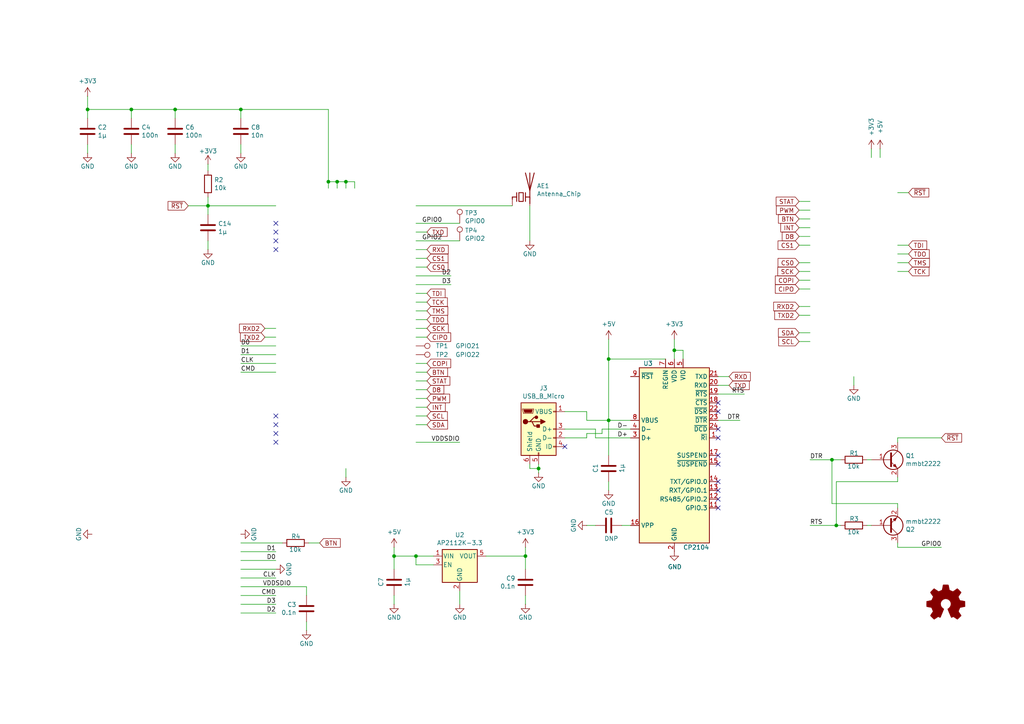
<source format=kicad_sch>
(kicad_sch (version 20231120) (generator "eeschema") (generator_version "8.0")
  (paper "A4")
  (title_block (title "ESP") (date "2021-04-20") (rev "v1.1") (company "nerdyscout"))
  (lib_symbols
    (symbol "Connector:TestPoint" (pin_numbers hide) (pin_names (offset 0.762) hide)
      (property "Reference" "TP" (at 0 6.858 0))
      (property "Value" "TestPoint" (at 0 5.08 0))
      (symbol "TestPoint_0_1"
        (circle (center 0 3.302) (radius 0.762))
      )
      (symbol "TestPoint_1_1"
        (pin passive line (at 0 0 90) (length 2.54) (name "1") (number "1"))
      )
    )
    (symbol "Connector:USB_B_Micro" (pin_names (offset 1.016))
      (property "Reference" "J" (at -5.08 11.43 0))
      (property "Value" "USB_B_Micro" (at -5.08 8.89 0))
      (symbol "USB_B_Micro_0_1"
        (rectangle (start -5.08 -7.62) (end 5.08 7.62) (stroke (width 0.254)) (fill (type background)))
        (circle (center -3.81 2.159) (radius 0.635) (stroke (width 0.254)) (fill (type outline)))
        (circle (center -0.635 3.429) (radius 0.381) (stroke (width 0.254)) (fill (type outline)))
        (rectangle (start -0.127 -7.62) (end 0.127 -6.858))
        (polyline (pts (xy -1.905 2.159) (xy 0.635 2.159)) (stroke (width 0.254)))
        (polyline (pts (xy -3.175 2.159) (xy -2.54 2.159) (xy -1.27 3.429) (xy -0.635 3.429)) (stroke (width 0.254)))
        (polyline (pts (xy -2.54 2.159) (xy -1.905 2.159) (xy -1.27 0.889) (xy 0 0.889)) (stroke (width 0.254)))
        (polyline (pts (xy 0.635 2.794) (xy 0.635 1.524) (xy 1.905 2.159) (xy 0.635 2.794)) (stroke (width 0.254)) (fill (type outline)))
        (polyline (pts (xy -4.318 5.588) (xy -1.778 5.588) (xy -2.032 4.826) (xy -4.064 4.826) (xy -4.318 5.588)) (fill (type outline)))
        (polyline (pts (xy -4.699 5.842) (xy -4.699 5.588) (xy -4.445 4.826) (xy -4.445 4.572) (xy -1.651 4.572) (xy -1.651 4.826) (xy -1.397 5.588) (xy -1.397 5.842) (xy -4.699 5.842)))
        (rectangle (start 0.254 1.27) (end -0.508 0.508) (stroke (width 0.254)) (fill (type outline)))
        (rectangle (start 5.08 -5.207) (end 4.318 -4.953))
        (rectangle (start 5.08 -2.667) (end 4.318 -2.413))
        (rectangle (start 5.08 -0.127) (end 4.318 0.127))
        (rectangle (start 5.08 4.953) (end 4.318 5.207))
      )
      (symbol "USB_B_Micro_1_1"
        (pin power_out line (at 7.62 5.08 180) (length 2.54) (name "VBUS") (number "1"))
        (pin bidirectional line (at 7.62 -2.54 180) (length 2.54) (name "D-") (number "2"))
        (pin bidirectional line (at 7.62 0 180) (length 2.54) (name "D+") (number "3"))
        (pin passive line (at 7.62 -5.08 180) (length 2.54) (name "ID") (number "4"))
        (pin power_out line (at 0 -10.16 90) (length 2.54) (name "GND") (number "5"))
        (pin passive line (at -2.54 -10.16 90) (length 2.54) (name "Shield") (number "6"))
      )
    )
    (symbol "Device:Antenna_Chip" (pin_numbers hide) (pin_names (offset 1.016) hide)
      (property "Reference" "AE" (at 0 5.08 0))
      (property "Value" "Antenna_Chip" (at 0 3.175 0))
      (symbol "Antenna_Chip_0_1"
        (polyline (pts (xy -2.54 0) (xy -2.54 -0.635)) (stroke (width 0.254)))
        (polyline (pts (xy -2.54 0) (xy -1.27 0)) (stroke (width 0.254)))
        (polyline (pts (xy 1.27 0) (xy 2.54 0)) (stroke (width 0.254)))
        (polyline (pts (xy 1.27 1.27) (xy 1.27 -1.27)) (stroke (width 0.254)))
        (polyline (pts (xy 2.54 -0.635) (xy 2.54 0)))
        (polyline (pts (xy 2.54 6.985) (xy 2.54 -1.905)) (stroke (width 0.254)))
        (polyline (pts (xy -1.27 1.27) (xy -1.27 -1.27) (xy -1.27 0)) (stroke (width 0.254)))
        (polyline (pts (xy 3.81 6.985) (xy 2.54 1.905) (xy 1.27 6.985)) (stroke (width 0.254)))
        (polyline (pts (xy -0.635 1.27) (xy 0.635 1.27) (xy 0.635 -1.27) (xy -0.635 -1.27) (xy -0.635 1.27)) (stroke (width 0.254)))
      )
      (symbol "Antenna_Chip_1_1"
        (pin input line (at -2.54 -2.54 90) (length 2.54) (name "FEED") (number "1"))
        (pin passive line (at 2.54 -2.54 90) (length 2.54) (name "PCB_Trace") (number "2"))
      )
    )
    (symbol "Device:C" (pin_numbers hide) (pin_names (offset 0.254))
      (property "Reference" "C" (at 0.635 2.54 0))
      (property "Value" "C" (at 0.635 -2.54 0))
      (symbol "C_0_1"
        (polyline (pts (xy -2.032 -0.762) (xy 2.032 -0.762)) (stroke (width 0.508)))
        (polyline (pts (xy -2.032 0.762) (xy 2.032 0.762)) (stroke (width 0.508)))
      )
      (symbol "C_1_1"
        (pin passive line (at 0 3.81 270) (length 2.794) (name "~") (number "1"))
        (pin passive line (at 0 -3.81 90) (length 2.794) (name "~") (number "2"))
      )
    )
    (symbol "Device:Q_NPN_BEC" (pin_names (offset 0) hide)
      (property "Reference" "Q" (at 5.08 1.27 0))
      (property "Value" "Q_NPN_BEC" (at 5.08 -1.27 0))
      (symbol "Q_NPN_BEC_0_1"
        (polyline (pts (xy 0.635 0.635) (xy 2.54 2.54)))
        (polyline (pts (xy 0.635 -0.635) (xy 2.54 -2.54) (xy 2.54 -2.54)))
        (polyline (pts (xy 0.635 1.905) (xy 0.635 -1.905) (xy 0.635 -1.905)) (stroke (width 0.508)))
        (polyline (pts (xy 1.27 -1.778) (xy 1.778 -1.27) (xy 2.286 -2.286) (xy 1.27 -1.778) (xy 1.27 -1.778)) (fill (type outline)))
        (circle (center 1.27 0) (radius 2.8194) (stroke (width 0.254)))
      )
      (symbol "Q_NPN_BEC_1_1"
        (pin input line (at -5.08 0 0) (length 5.715) (name "B") (number "1"))
        (pin passive line (at 2.54 -5.08 90) (length 2.54) (name "E") (number "2"))
        (pin passive line (at 2.54 5.08 270) (length 2.54) (name "C") (number "3"))
      )
    )
    (symbol "Device:R" (pin_numbers hide) (pin_names (offset 0))
      (property "Reference" "R" (at 2.032 0 90))
      (property "Value" "R" (at 0 0 90))
      (symbol "R_0_1"
        (rectangle (start -1.016 -2.54) (end 1.016 2.54) (stroke (width 0.254)))
      )
      (symbol "R_1_1"
        (pin passive line (at 0 3.81 270) (length 1.27) (name "~") (number "1"))
        (pin passive line (at 0 -3.81 90) (length 1.27) (name "~") (number "2"))
      )
    )
    (symbol "Graphic:Logo_Open_Hardware_Small" (in_bom no) (on_board no)
      (symbol "Logo_Open_Hardware_Small_0_1"
        (polyline (pts (xy 3.3528 -4.3434) (xy 3.302 -4.318) (xy 3.175 -4.2418) (xy 2.9972 -4.1148) (xy 2.7686 -3.9624) (xy 2.54 -3.81) (xy 2.3622 -3.7084) (xy 2.2352 -3.6068) (xy 2.1844 -3.5814) (xy 2.159 -3.6068) (xy 2.0574 -3.6576) (xy 1.905 -3.7338) (xy 1.8034 -3.7846) (xy 1.6764 -3.8354) (xy 1.6002 -3.8354) (xy 1.6002 -3.8354) (xy 1.5494 -3.7338) (xy 1.4732 -3.5306) (xy 1.3462 -3.302) (xy 1.2446 -3.0226) (xy 1.1176 -2.7178) (xy 0.9652 -2.413) (xy 0.8636 -2.1082) (xy 0.7366 -1.8288) (xy 0.6604 -1.6256) (xy 0.6096 -1.4732) (xy 0.5842 -1.397) (xy 0.5842 -1.397) (xy 0.6604 -1.3208) (xy 0.7874 -1.2446) (xy 1.0414 -1.016) (xy 1.2954 -0.6858) (xy 1.4478 -0.3302) (xy 1.524 0.0762) (xy 1.4732 0.4572) (xy 1.3208 0.8128) (xy 1.0668 1.143) (xy 0.762 1.3716) (xy 0.4064 1.524) (xy 0 1.5748) (xy -0.381 1.5494) (xy -0.7366 1.397) (xy -1.0668 1.143) (xy -1.2192 0.9906) (xy -1.397 0.6604) (xy -1.524 0.3048) (xy -1.524 0.2286) (xy -1.4986 -0.1778) (xy -1.397 -0.5334) (xy -1.1938 -0.8636) (xy -0.9144 -1.143) (xy -0.8636 -1.1684) (xy -0.7366 -1.27) (xy -0.635 -1.3462) (xy -0.5842 -1.397) (xy -1.0668 -2.5908) (xy -1.143 -2.794) (xy -1.2954 -3.1242) (xy -1.397 -3.4036) (xy -1.4986 -3.6322) (xy -1.5748 -3.7846) (xy -1.6002 -3.8354) (xy -1.6002 -3.8354) (xy -1.651 -3.8354) (xy -1.7272 -3.81) (xy -1.905 -3.7338) (xy -2.0066 -3.683) (xy -2.1336 -3.6068) (xy -2.2098 -3.5814) (xy -2.2606 -3.6068) (xy -2.3622 -3.683) (xy -2.54 -3.81) (xy -2.7686 -3.9624) (xy -2.9718 -4.0894) (xy -3.1496 -4.2164) (xy -3.302 -4.318) (xy -3.3528 -4.3434) (xy -3.3782 -4.3434) (xy -3.429 -4.318) (xy -3.5306 -4.2164) (xy -3.7084 -4.064) (xy -3.937 -3.8354) (xy -3.9624 -3.81) (xy -4.1656 -3.6068) (xy -4.318 -3.4544) (xy -4.4196 -3.3274) (xy -4.445 -3.2766) (xy -4.445 -3.2766) (xy -4.4196 -3.2258) (xy -4.318 -3.0734) (xy -4.2164 -2.8956) (xy -4.064 -2.667) (xy -3.6576 -2.0828) (xy -3.8862 -1.5494) (xy -3.937 -1.3716) (xy -4.0386 -1.1684) (xy -4.0894 -1.0414) (xy -4.1148 -0.9652) (xy -4.191 -0.9398) (xy -4.318 -0.9144) (xy -4.5466 -0.8636) (xy -4.8006 -0.8128) (xy -5.0546 -0.7874) (xy -5.2578 -0.7366) (xy -5.4356 -0.7112) (xy -5.5118 -0.6858) (xy -5.5118 -0.6858) (xy -5.5372 -0.635) (xy -5.5372 -0.5588) (xy -5.5372 -0.4318) (xy -5.5626 -0.2286) (xy -5.5626 0.0762) (xy -5.5626 0.127) (xy -5.5372 0.4064) (xy -5.5372 0.635) (xy -5.5372 0.762) (xy -5.5372 0.8382) (xy -5.5372 0.8382) (xy -5.461 0.8382) (xy -5.3086 0.889) (xy -5.08 0.9144) (xy -4.826 0.9652) (xy -4.8006 0.9906) (xy -4.5466 1.0414) (xy -4.318 1.0668) (xy -4.1656 1.1176) (xy -4.0894 1.143) (xy -4.0894 1.143) (xy -4.0386 1.2446) (xy -3.9624 1.4224) (xy -3.8608 1.6256) (xy -3.7846 1.8288) (xy -3.7084 2.0066) (xy -3.6576 2.159) (xy -3.6322 2.2098) (xy -3.6322 2.2098) (xy -3.683 2.286) (xy -3.7592 2.413) (xy -3.8862 2.5908) (xy -4.064 2.8194) (xy -4.064 2.8448) (xy -4.2164 3.0734) (xy -4.3434 3.2512) (xy -4.4196 3.3782) (xy -4.445 3.4544) (xy -4.445 3.4544) (xy -4.3942 3.5052) (xy -4.2926 3.6322) (xy -4.1148 3.81) (xy -3.937 4.0132) (xy -3.8608 4.064) (xy -3.6576 4.2926) (xy -3.5052 4.4196) (xy -3.4036 4.4958) (xy -3.3528 4.5212) (xy -3.3528 4.5212) (xy -3.302 4.4704) (xy -3.1496 4.3688) (xy -2.9718 4.2418) (xy -2.7432 4.0894) (xy -2.7178 4.0894) (xy -2.4892 3.937) (xy -2.3114 3.81) (xy -2.1844 3.7084) (xy -2.1336 3.683) (xy -2.1082 3.683) (xy -2.032 3.7084) (xy -1.8542 3.7592) (xy -1.6764 3.8354) (xy -1.4732 3.937) (xy -1.27 4.0132) (xy -1.143 4.064) (xy -1.0668 4.1148) (xy -1.0668 4.1148) (xy -1.0414 4.191) (xy -1.016 4.3434) (xy -0.9652 4.572) (xy -0.9144 4.8514) (xy -0.889 4.9022) (xy -0.8382 5.1562) (xy -0.8128 5.3848) (xy -0.7874 5.5372) (xy -0.762 5.588) (xy -0.7112 5.6134) (xy -0.5842 5.6134) (xy -0.4064 5.6134) (xy -0.1524 5.6134) (xy 0.0762 5.6134) (xy 0.3302 5.6134) (xy 0.5334 5.6134) (xy 0.6858 5.588) (xy 0.7366 5.588) (xy 0.7366 5.588) (xy 0.762 5.5118) (xy 0.8128 5.334) (xy 0.8382 5.1054) (xy 0.9144 4.826) (xy 0.9144 4.7752) (xy 0.9652 4.5212) (xy 1.016 4.2926) (xy 1.0414 4.1402) (xy 1.0668 4.0894) (xy 1.0668 4.0894) (xy 1.1938 4.0386) (xy 1.3716 3.9624) (xy 1.5748 3.8608) (xy 2.0828 3.6576) (xy 2.7178 4.0894) (xy 2.7686 4.1402) (xy 2.9972 4.2926) (xy 3.175 4.4196) (xy 3.302 4.4958) (xy 3.3782 4.5212) (xy 3.3782 4.5212) (xy 3.429 4.4704) (xy 3.556 4.3434) (xy 3.7338 4.191) (xy 3.9116 3.9878) (xy 4.064 3.8354) (xy 4.2418 3.6576) (xy 4.3434 3.556) (xy 4.4196 3.4798) (xy 4.4196 3.429) (xy 4.4196 3.4036) (xy 4.3942 3.3274) (xy 4.2926 3.2004) (xy 4.1656 2.9972) (xy 4.0132 2.794) (xy 3.8862 2.5908) (xy 3.7592 2.3876) (xy 3.6576 2.2352) (xy 3.6322 2.159) (xy 3.6322 2.1336) (xy 3.683 2.0066) (xy 3.7592 1.8288) (xy 3.8608 1.6002) (xy 4.064 1.1176) (xy 4.3942 1.0414) (xy 4.5974 1.016) (xy 4.8768 0.9652) (xy 5.1308 0.9144) (xy 5.5372 0.8382) (xy 5.5626 -0.6604) (xy 5.4864 -0.6858) (xy 5.4356 -0.6858) (xy 5.2832 -0.7366) (xy 5.0546 -0.762) (xy 4.8006 -0.8128) (xy 4.5974 -0.8636) (xy 4.3688 -0.9144) (xy 4.2164 -0.9398) (xy 4.1402 -0.9398) (xy 4.1148 -0.9652) (xy 4.064 -1.0668) (xy 3.9878 -1.2446) (xy 3.9116 -1.4478) (xy 3.81 -1.651) (xy 3.7338 -1.8542) (xy 3.683 -2.0066) (xy 3.6576 -2.0828) (xy 3.683 -2.1336) (xy 3.7846 -2.2606) (xy 3.8862 -2.4638) (xy 4.0386 -2.667) (xy 4.191 -2.8956) (xy 4.318 -3.0734) (xy 4.3942 -3.2004) (xy 4.445 -3.2766) (xy 4.4196 -3.3274) (xy 4.3434 -3.429) (xy 4.1656 -3.5814) (xy 3.937 -3.8354) (xy 3.8862 -3.8608) (xy 3.683 -4.064) (xy 3.5306 -4.2164) (xy 3.4036 -4.318) (xy 3.3528 -4.3434)) (fill (type outline)))
      )
    )
    (symbol "Interface_USB:CP2104"
      (property "Reference" "U" (at -5.08 28.575 0))
      (property "Value" "CP2104" (at -5.08 26.67 0))
      (symbol "CP2104_1_1"
        (rectangle (start -10.16 25.4) (end 10.16 -25.4) (stroke (width 0.254)) (fill (type background)))
        (pin input line (at 12.7 5.08 180) (length 2.54) (name "~{RI}") (number "1"))
        (pin no_connect line (at 10.16 -20.32 180) (length 2.54) hide (name "NC") (number "10"))
        (pin bidirectional line (at 12.7 -15.24 180) (length 2.54) (name "GPIO.3") (number "11"))
        (pin bidirectional line (at 12.7 -12.7 180) (length 2.54) (name "RS485/GPIO.2") (number "12"))
        (pin bidirectional line (at 12.7 -10.16 180) (length 2.54) (name "RXT/GPIO.1") (number "13"))
        (pin bidirectional line (at 12.7 -7.62 180) (length 2.54) (name "TXT/GPIO.0") (number "14"))
        (pin output line (at 12.7 -2.54 180) (length 2.54) (name "~{SUSPEND}") (number "15"))
        (pin passive line (at -12.7 -20.32 0) (length 2.54) (name "VPP") (number "16"))
        (pin output line (at 12.7 0 180) (length 2.54) (name "SUSPEND") (number "17"))
        (pin input line (at 12.7 15.24 180) (length 2.54) (name "~{CTS}") (number "18"))
        (pin output line (at 12.7 17.78 180) (length 2.54) (name "~{RTS}") (number "19"))
        (pin power_in line (at 0 -27.94 90) (length 2.54) (name "GND") (number "2"))
        (pin input line (at 12.7 20.32 180) (length 2.54) (name "RXD") (number "20"))
        (pin output line (at 12.7 22.86 180) (length 2.54) (name "TXD") (number "21"))
        (pin input line (at 12.7 12.7 180) (length 2.54) (name "~{DSR}") (number "22"))
        (pin output line (at 12.7 10.16 180) (length 2.54) (name "~{DTR}") (number "23"))
        (pin input line (at 12.7 7.62 180) (length 2.54) (name "~{DCD}") (number "24"))
        (pin passive line (at 0 -27.94 90) (length 2.54) hide (name "GND") (number "25"))
        (pin bidirectional line (at -12.7 5.08 0) (length 2.54) (name "D+") (number "3"))
        (pin bidirectional line (at -12.7 7.62 0) (length 2.54) (name "D-") (number "4"))
        (pin power_in line (at 2.54 27.94 270) (length 2.54) (name "VIO") (number "5"))
        (pin power_in line (at 0 27.94 270) (length 2.54) (name "VDD") (number "6"))
        (pin power_in line (at -2.54 27.94 270) (length 2.54) (name "REGIN") (number "7"))
        (pin input line (at -12.7 10.16 0) (length 2.54) (name "VBUS") (number "8"))
        (pin bidirectional line (at -12.7 22.86 0) (length 2.54) (name "~{RST}") (number "9"))
      )
    )
    (symbol "Regulator_Linear:AP2112K-3.3" (pin_names (offset 0.254))
      (property "Reference" "U" (at -5.08 5.715 0))
      (property "Value" "AP2112K-3.3" (at 0 5.715 0))
      (symbol "AP2112K-3.3_0_1"
        (rectangle (start -5.08 4.445) (end 5.08 -5.08) (stroke (width 0.254)) (fill (type background)))
      )
      (symbol "AP2112K-3.3_1_1"
        (pin power_in line (at -7.62 2.54 0) (length 2.54) (name "VIN") (number "1"))
        (pin power_in line (at 0 -7.62 90) (length 2.54) (name "GND") (number "2"))
        (pin input line (at -7.62 0 0) (length 2.54) (name "EN") (number "3"))
        (pin no_connect line (at 5.08 0 180) (length 2.54) hide (name "NC") (number "4"))
        (pin power_out line (at 7.62 2.54 180) (length 2.54) (name "VOUT") (number "5"))
      )
    )
    (symbol "power:+3V3" (power) (pin_numbers hide) (pin_names (offset 0) hide)
      (property "Value" "+3V3" (at 0 3.556 0))
      (symbol "+3V3_0_1"
        (polyline (pts (xy -0.762 1.27) (xy 0 2.54)))
        (polyline (pts (xy 0 0) (xy 0 2.54)))
        (polyline (pts (xy 0 2.54) (xy 0.762 1.27)))
      )
      (symbol "+3V3_1_1"
        (pin power_in line (at 0 0 90) (length 0) (name "~") (number "1"))
      )
    )
    (symbol "power:+5V" (power) (pin_numbers hide) (pin_names (offset 0) hide)
      (property "Value" "+5V" (at 0 3.556 0))
      (symbol "+5V_0_1"
        (polyline (pts (xy -0.762 1.27) (xy 0 2.54)))
        (polyline (pts (xy 0 0) (xy 0 2.54)))
        (polyline (pts (xy 0 2.54) (xy 0.762 1.27)))
      )
      (symbol "+5V_1_1"
        (pin power_in line (at 0 0 90) (length 0) (name "~") (number "1"))
      )
    )
    (symbol "power:GND" (power) (pin_numbers hide) (pin_names (offset 0) hide)
      (property "Value" "GND" (at 0 -3.81 0))
      (symbol "GND_0_1"
        (polyline (pts (xy 0 0) (xy 0 -1.27) (xy 1.27 -1.27) (xy 0 -2.54) (xy -1.27 -1.27) (xy 0 -1.27)))
      )
      (symbol "GND_1_1"
        (pin power_in line (at 0 0 270) (length 0) (name "~") (number "1"))
      )
    )
  )
  (junction (at 156.21 135.89))
  (junction (at 25.4 31.75))
  (junction (at 100.33 52.705))
  (junction (at 195.58 101.6))
  (junction (at 120.65 161.29))
  (junction (at 152.4 161.29))
  (junction (at 38.1 31.75))
  (junction (at 241.3 133.35))
  (junction (at 242.57 152.4))
  (junction (at 50.8 31.75))
  (junction (at 69.85 31.75))
  (junction (at 176.53 121.92))
  (junction (at 97.79 52.705))
  (junction (at 176.53 104.14))
  (junction (at 95.25 52.705))
  (junction (at 60.325 59.69))
  (junction (at 114.3 161.29))
  (no_connect (at 80.01 72.39))
  (no_connect (at 208.28 116.84))
  (no_connect (at 208.28 134.62))
  (no_connect (at 80.01 123.19))
  (no_connect (at 80.01 128.27))
  (no_connect (at 80.01 64.77))
  (no_connect (at 208.28 119.38))
  (no_connect (at 208.28 142.24))
  (no_connect (at 208.28 132.08))
  (no_connect (at 80.01 125.73))
  (no_connect (at 80.01 69.85))
  (no_connect (at 80.01 67.31))
  (no_connect (at 208.28 127))
  (no_connect (at 208.28 144.78))
  (no_connect (at 208.28 124.46))
  (no_connect (at 208.28 147.32))
  (no_connect (at 163.83 129.54))
  (no_connect (at 208.28 139.7))
  (no_connect (at 80.01 120.65))
  (wire (pts (xy 130.81 82.55) (xy 120.65 82.55)))
  (wire (pts (xy 263.525 76.2) (xy 260.35 76.2)))
  (wire (pts (xy 123.825 85.09) (xy 120.65 85.09)))
  (wire (pts (xy 231.775 66.04) (xy 234.95 66.04)))
  (wire (pts (xy 120.65 161.29) (xy 114.3 161.29)))
  (wire (pts (xy 234.95 76.2) (xy 231.775 76.2)))
  (wire (pts (xy 195.58 101.6) (xy 195.58 98.425)))
  (wire (pts (xy 120.65 120.65) (xy 123.825 120.65)))
  (wire (pts (xy 54.61 59.69) (xy 60.325 59.69)))
  (wire (pts (xy 182.88 121.92) (xy 176.53 121.92)))
  (wire (pts (xy 100.33 54.61) (xy 100.33 52.705)))
  (wire (pts (xy 80.01 160.02) (xy 69.85 160.02)))
  (wire (pts (xy 170.18 152.4) (xy 172.72 152.4)))
  (wire (pts (xy 156.21 135.89) (xy 153.67 135.89)))
  (wire (pts (xy 234.95 133.35) (xy 241.3 133.35)))
  (wire (pts (xy 120.65 87.63) (xy 123.825 87.63)))
  (wire (pts (xy 25.4 44.45) (xy 25.4 41.91)))
  (wire (pts (xy 123.825 90.17) (xy 120.65 90.17)))
  (wire (pts (xy 251.46 152.4) (xy 252.73 152.4)))
  (wire (pts (xy 120.65 163.83) (xy 120.65 161.29)))
  (wire (pts (xy 152.4 158.75) (xy 152.4 161.29)))
  (wire (pts (xy 120.65 77.47) (xy 123.825 77.47)))
  (wire (pts (xy 120.65 110.49) (xy 123.825 110.49)))
  (wire (pts (xy 120.65 92.71) (xy 123.825 92.71)))
  (wire (pts (xy 176.53 121.92) (xy 176.53 132.08)))
  (wire (pts (xy 180.34 152.4) (xy 182.88 152.4)))
  (wire (pts (xy 120.65 67.31) (xy 123.825 67.31)))
  (wire (pts (xy 80.01 177.8) (xy 69.85 177.8)))
  (wire (pts (xy 88.9 182.88) (xy 88.9 180.34)))
  (wire (pts (xy 25.4 31.75) (xy 38.1 31.75)))
  (wire (pts (xy 114.3 161.29) (xy 114.3 158.75)))
  (wire (pts (xy 241.3 133.35) (xy 243.84 133.35)))
  (wire (pts (xy 231.775 91.44) (xy 234.95 91.44)))
  (wire (pts (xy 260.35 147.32) (xy 260.35 146.05)))
  (wire (pts (xy 123.825 97.79) (xy 120.65 97.79)))
  (wire (pts (xy 95.25 54.61) (xy 95.25 52.705)))
  (wire (pts (xy 260.35 128.27) (xy 260.35 127)))
  (wire (pts (xy 120.65 128.27) (xy 133.35 128.27)))
  (wire (pts (xy 231.775 71.12) (xy 234.95 71.12)))
  (wire (pts (xy 234.95 88.9) (xy 231.775 88.9)))
  (wire (pts (xy 195.58 104.14) (xy 195.58 101.6)))
  (wire (pts (xy 38.1 44.45) (xy 38.1 41.91)))
  (wire (pts (xy 123.825 72.39) (xy 120.65 72.39)))
  (wire (pts (xy 88.9 170.18) (xy 69.85 170.18)))
  (wire (pts (xy 60.325 72.39) (xy 60.325 69.85)))
  (wire (pts (xy 176.53 104.14) (xy 176.53 121.92)))
  (wire (pts (xy 69.85 105.41) (xy 80.01 105.41)))
  (wire (pts (xy 60.325 59.69) (xy 60.325 57.15)))
  (wire (pts (xy 153.67 135.89) (xy 153.67 134.62)))
  (wire (pts (xy 60.325 62.23) (xy 60.325 59.69)))
  (wire (pts (xy 120.65 69.85) (xy 133.35 69.85)))
  (wire (pts (xy 130.81 80.01) (xy 120.65 80.01)))
  (wire (pts (xy 97.79 54.61) (xy 97.79 52.705)))
  (wire (pts (xy 174.625 125.73) (xy 174.625 124.46)))
  (wire (pts (xy 260.35 139.7) (xy 260.35 138.43)))
  (wire (pts (xy 120.65 161.29) (xy 125.73 161.29)))
  (wire (pts (xy 208.28 121.92) (xy 214.63 121.92)))
  (wire (pts (xy 247.65 111.76) (xy 247.65 109.22)))
  (wire (pts (xy 100.33 138.43) (xy 100.33 135.89)))
  (wire (pts (xy 260.35 157.48) (xy 260.35 158.75)))
  (wire (pts (xy 260.35 146.05) (xy 241.3 146.05)))
  (wire (pts (xy 80.01 175.26) (xy 69.85 175.26)))
  (wire (pts (xy 120.65 107.95) (xy 123.825 107.95)))
  (wire (pts (xy 123.825 95.25) (xy 120.65 95.25)))
  (wire (pts (xy 95.25 52.705) (xy 97.79 52.705)))
  (wire (pts (xy 152.4 175.26) (xy 152.4 172.72)))
  (wire (pts (xy 243.84 152.4) (xy 242.57 152.4)))
  (wire (pts (xy 114.3 175.26) (xy 114.3 172.72)))
  (wire (pts (xy 234.95 68.58) (xy 231.775 68.58)))
  (wire (pts (xy 163.83 127) (xy 170.18 127)))
  (wire (pts (xy 133.35 175.26) (xy 133.35 171.45)))
  (wire (pts (xy 80.01 167.64) (xy 69.85 167.64)))
  (wire (pts (xy 123.825 123.19) (xy 120.65 123.19)))
  (wire (pts (xy 69.85 31.75) (xy 69.85 34.29)))
  (wire (pts (xy 170.18 121.92) (xy 170.18 119.38)))
  (wire (pts (xy 95.25 31.75) (xy 69.85 31.75)))
  (wire (pts (xy 252.73 133.35) (xy 251.46 133.35)))
  (wire (pts (xy 193.04 104.14) (xy 176.53 104.14)))
  (wire (pts (xy 242.57 139.7) (xy 260.35 139.7)))
  (wire (pts (xy 174.625 124.46) (xy 182.88 124.46)))
  (wire (pts (xy 252.73 43.18) (xy 252.73 45.72)))
  (wire (pts (xy 80.01 162.56) (xy 69.85 162.56)))
  (wire (pts (xy 234.95 58.42) (xy 231.775 58.42)))
  (wire (pts (xy 241.3 146.05) (xy 241.3 133.35)))
  (wire (pts (xy 208.28 109.22) (xy 211.455 109.22)))
  (wire (pts (xy 125.73 163.83) (xy 120.65 163.83)))
  (wire (pts (xy 120.65 64.77) (xy 133.35 64.77)))
  (wire (pts (xy 60.325 47.625) (xy 60.325 49.53)))
  (wire (pts (xy 152.4 161.29) (xy 152.4 165.1)))
  (wire (pts (xy 260.35 158.75) (xy 273.05 158.75)))
  (wire (pts (xy 211.455 111.76) (xy 208.28 111.76)))
  (wire (pts (xy 25.4 34.29) (xy 25.4 31.75)))
  (wire (pts (xy 80.01 172.72) (xy 69.85 172.72)))
  (wire (pts (xy 176.53 142.24) (xy 176.53 139.7)))
  (wire (pts (xy 50.8 31.75) (xy 69.85 31.75)))
  (wire (pts (xy 80.01 97.79) (xy 76.835 97.79)))
  (wire (pts (xy 234.95 81.28) (xy 231.775 81.28)))
  (wire (pts (xy 172.72 124.46) (xy 163.83 124.46)))
  (wire (pts (xy 156.21 135.89) (xy 156.21 134.62)))
  (wire (pts (xy 163.83 119.38) (xy 170.18 119.38)))
  (wire (pts (xy 231.775 78.74) (xy 234.95 78.74)))
  (wire (pts (xy 208.28 114.3) (xy 215.9 114.3)))
  (wire (pts (xy 123.825 115.57) (xy 120.65 115.57)))
  (wire (pts (xy 195.58 101.6) (xy 198.12 101.6)))
  (wire (pts (xy 231.775 99.06) (xy 234.95 99.06)))
  (wire (pts (xy 242.57 152.4) (xy 242.57 139.7)))
  (wire (pts (xy 76.835 95.25) (xy 80.01 95.25)))
  (wire (pts (xy 69.85 100.33) (xy 80.01 100.33)))
  (wire (pts (xy 25.4 27.94) (xy 25.4 31.75)))
  (wire (pts (xy 95.25 52.705) (xy 95.25 31.75)))
  (wire (pts (xy 176.53 121.92) (xy 170.18 121.92)))
  (wire (pts (xy 231.775 60.96) (xy 234.95 60.96)))
  (wire (pts (xy 263.525 55.88) (xy 260.35 55.88)))
  (wire (pts (xy 260.35 78.74) (xy 263.525 78.74)))
  (wire (pts (xy 234.95 63.5) (xy 231.775 63.5)))
  (wire (pts (xy 120.65 105.41) (xy 123.825 105.41)))
  (wire (pts (xy 156.21 137.16) (xy 156.21 135.89)))
  (wire (pts (xy 69.85 107.95) (xy 80.01 107.95)))
  (wire (pts (xy 50.8 34.29) (xy 50.8 31.75)))
  (wire (pts (xy 176.53 98.425) (xy 176.53 104.14)))
  (wire (pts (xy 170.18 127) (xy 170.18 125.73)))
  (wire (pts (xy 231.775 83.82) (xy 234.95 83.82)))
  (wire (pts (xy 60.325 59.69) (xy 80.01 59.69)))
  (wire (pts (xy 69.85 44.45) (xy 69.85 41.91)))
  (wire (pts (xy 81.915 157.48) (xy 69.85 157.48)))
  (wire (pts (xy 260.35 127) (xy 273.05 127)))
  (wire (pts (xy 170.18 125.73) (xy 174.625 125.73)))
  (wire (pts (xy 172.72 127) (xy 172.72 124.46)))
  (wire (pts (xy 198.12 104.14) (xy 198.12 101.6)))
  (wire (pts (xy 38.1 31.75) (xy 50.8 31.75)))
  (wire (pts (xy 242.57 152.4) (xy 234.95 152.4)))
  (wire (pts (xy 100.33 52.705) (xy 102.87 52.705)))
  (wire (pts (xy 50.8 44.45) (xy 50.8 41.91)))
  (wire (pts (xy 263.525 71.12) (xy 260.35 71.12)))
  (wire (pts (xy 92.71 157.48) (xy 89.535 157.48)))
  (wire (pts (xy 88.9 172.72) (xy 88.9 170.18)))
  (wire (pts (xy 102.87 52.705) (xy 102.87 54.61)))
  (wire (pts (xy 148.59 59.69) (xy 120.65 59.69)))
  (wire (pts (xy 123.825 118.11) (xy 120.65 118.11)))
  (wire (pts (xy 38.1 34.29) (xy 38.1 31.75)))
  (wire (pts (xy 69.85 102.87) (xy 80.01 102.87)))
  (wire (pts (xy 140.97 161.29) (xy 152.4 161.29)))
  (wire (pts (xy 114.3 161.29) (xy 114.3 165.1)))
  (wire (pts (xy 255.27 43.18) (xy 255.27 45.72)))
  (wire (pts (xy 182.88 127) (xy 172.72 127)))
  (wire (pts (xy 97.79 52.705) (xy 100.33 52.705)))
  (wire (pts (xy 69.85 165.1) (xy 80.01 165.1)))
  (wire (pts (xy 120.65 113.03) (xy 123.825 113.03)))
  (wire (pts (xy 234.95 96.52) (xy 231.775 96.52)))
  (wire (pts (xy 260.35 73.66) (xy 263.525 73.66)))
  (wire (pts (xy 153.67 59.69) (xy 153.67 69.85)))
  (wire (pts (xy 123.825 74.93) (xy 120.65 74.93)))
  (label "GPIO0" (at 273.05 158.75 180))
  (label "D2" (at 80.01 177.8 180))
  (label "GPIO2" (at 128.27 69.85 180))
  (label "D3" (at 130.81 82.55 180))
  (label "GPIO0" (at 128.27 64.77 180))
  (label "DTR" (at 214.63 121.92 180))
  (label "RTS" (at 234.95 152.4 0))
  (label "CLK" (at 80.01 167.64 180))
  (label "D1" (at 80.01 160.02 180))
  (label "VDDSDIO" (at 133.35 128.27 180))
  (label "CMD" (at 69.85 107.95 0))
  (label "D0" (at 69.85 100.33 0))
  (label "DTR" (at 234.95 133.35 0))
  (label "CLK" (at 69.85 105.41 0))
  (label "CMD" (at 80.01 172.72 180))
  (label "D2" (at 130.81 80.01 180))
  (label "D+" (at 179.07 127 0))
  (label "D3" (at 80.01 175.26 180))
  (label "D1" (at 69.85 102.87 0))
  (label "RTS" (at 215.9 114.3 180))
  (label "D-" (at 179.07 124.46 0))
  (label "D0" (at 80.01 162.56 180))
  (label "VDDSDIO" (at 76.2 170.18 0))
  (global_label "TMS" (shape input) (at 263.525 76.2 0) (property "Intersheetrefs" "${INTERSHEET_REFS}" (effects (hide yes))))
  (global_label "PWM" (shape input) (at 231.775 60.96 180) (property "Intersheetrefs" "${INTERSHEET_REFS}" (effects (hide yes))))
  (global_label "~{RST}" (shape input) (at 273.05 127 0) (property "Intersheetrefs" "${INTERSHEET_REFS}" (effects (hide yes))))
  (global_label "TCK" (shape input) (at 263.525 78.74 0) (property "Intersheetrefs" "${INTERSHEET_REFS}" (effects (hide yes))))
  (global_label "COPI" (shape input) (at 123.825 105.41 0) (property "Intersheetrefs" "${INTERSHEET_REFS}" (effects (hide yes))))
  (global_label "SDA" (shape input) (at 123.825 123.19 0) (property "Intersheetrefs" "${INTERSHEET_REFS}" (effects (hide yes))))
  (global_label "COPI" (shape input) (at 231.775 81.28 180) (property "Intersheetrefs" "${INTERSHEET_REFS}" (effects (hide yes))))
  (global_label "D8" (shape input) (at 123.825 113.03 0) (property "Intersheetrefs" "${INTERSHEET_REFS}" (effects (hide yes))))
  (global_label "TXD2" (shape input) (at 231.775 91.44 180) (property "Intersheetrefs" "${INTERSHEET_REFS}" (effects (hide yes))))
  (global_label "STAT" (shape input) (at 123.825 110.49 0) (property "Intersheetrefs" "${INTERSHEET_REFS}" (effects (hide yes))))
  (global_label "TMS" (shape input) (at 123.825 90.17 0) (property "Intersheetrefs" "${INTERSHEET_REFS}" (effects (hide yes))))
  (global_label "CS1" (shape input) (at 231.775 71.12 180) (property "Intersheetrefs" "${INTERSHEET_REFS}" (effects (hide yes))))
  (global_label "CIPO" (shape input) (at 123.825 97.79 0) (property "Intersheetrefs" "${INTERSHEET_REFS}" (effects (hide yes))))
  (global_label "SCL" (shape input) (at 231.775 99.06 180) (property "Intersheetrefs" "${INTERSHEET_REFS}" (effects (hide yes))))
  (global_label "SDA" (shape input) (at 231.775 96.52 180) (property "Intersheetrefs" "${INTERSHEET_REFS}" (effects (hide yes))))
  (global_label "SCK" (shape input) (at 123.825 95.25 0) (property "Intersheetrefs" "${INTERSHEET_REFS}" (effects (hide yes))))
  (global_label "BTN" (shape input) (at 231.775 63.5 180) (property "Intersheetrefs" "${INTERSHEET_REFS}" (effects (hide yes))))
  (global_label "RXD2" (shape input) (at 76.835 95.25 180) (property "Intersheetrefs" "${INTERSHEET_REFS}" (effects (hide yes))))
  (global_label "TDO" (shape input) (at 123.825 92.71 0) (property "Intersheetrefs" "${INTERSHEET_REFS}" (effects (hide yes))))
  (global_label "CIPO" (shape input) (at 231.775 83.82 180) (property "Intersheetrefs" "${INTERSHEET_REFS}" (effects (hide yes))))
  (global_label "~{RST}" (shape input) (at 263.525 55.88 0) (property "Intersheetrefs" "${INTERSHEET_REFS}" (effects (hide yes))))
  (global_label "BTN" (shape input) (at 92.71 157.48 0) (property "Intersheetrefs" "${INTERSHEET_REFS}" (effects (hide yes))))
  (global_label "TXD" (shape input) (at 211.455 111.76 0) (property "Intersheetrefs" "${INTERSHEET_REFS}" (effects (hide yes))))
  (global_label "INT" (shape input) (at 231.775 66.04 180) (property "Intersheetrefs" "${INTERSHEET_REFS}" (effects (hide yes))))
  (global_label "~{RST}" (shape input) (at 54.61 59.69 180) (property "Intersheetrefs" "${INTERSHEET_REFS}" (effects (hide yes))))
  (global_label "D8" (shape input) (at 231.775 68.58 180) (property "Intersheetrefs" "${INTERSHEET_REFS}" (effects (hide yes))))
  (global_label "TDO" (shape input) (at 263.525 73.66 0) (property "Intersheetrefs" "${INTERSHEET_REFS}" (effects (hide yes))))
  (global_label "BTN" (shape input) (at 123.825 107.95 0) (property "Intersheetrefs" "${INTERSHEET_REFS}" (effects (hide yes))))
  (global_label "INT" (shape input) (at 123.825 118.11 0) (property "Intersheetrefs" "${INTERSHEET_REFS}" (effects (hide yes))))
  (global_label "TXD" (shape input) (at 123.825 67.31 0) (property "Intersheetrefs" "${INTERSHEET_REFS}" (effects (hide yes))))
  (global_label "TCK" (shape input) (at 123.825 87.63 0) (property "Intersheetrefs" "${INTERSHEET_REFS}" (effects (hide yes))))
  (global_label "TDI" (shape input) (at 263.525 71.12 0) (property "Intersheetrefs" "${INTERSHEET_REFS}" (effects (hide yes))))
  (global_label "CS0" (shape input) (at 231.775 76.2 180) (property "Intersheetrefs" "${INTERSHEET_REFS}" (effects (hide yes))))
  (global_label "CS0" (shape input) (at 123.825 77.47 0) (property "Intersheetrefs" "${INTERSHEET_REFS}" (effects (hide yes))))
  (global_label "RXD" (shape input) (at 211.455 109.22 0) (property "Intersheetrefs" "${INTERSHEET_REFS}" (effects (hide yes))))
  (global_label "RXD" (shape input) (at 123.825 72.39 0) (property "Intersheetrefs" "${INTERSHEET_REFS}" (effects (hide yes))))
  (global_label "SCK" (shape input) (at 231.775 78.74 180) (property "Intersheetrefs" "${INTERSHEET_REFS}" (effects (hide yes))))
  (global_label "TXD2" (shape input) (at 76.835 97.79 180) (property "Intersheetrefs" "${INTERSHEET_REFS}" (effects (hide yes))))
  (global_label "STAT" (shape input) (at 231.775 58.42 180) (property "Intersheetrefs" "${INTERSHEET_REFS}" (effects (hide yes))))
  (global_label "TDI" (shape input) (at 123.825 85.09 0) (property "Intersheetrefs" "${INTERSHEET_REFS}" (effects (hide yes))))
  (global_label "PWM" (shape input) (at 123.825 115.57 0) (property "Intersheetrefs" "${INTERSHEET_REFS}" (effects (hide yes))))
  (global_label "SCL" (shape input) (at 123.825 120.65 0) (property "Intersheetrefs" "${INTERSHEET_REFS}" (effects (hide yes))))
  (global_label "RXD2" (shape input) (at 231.775 88.9 180) (property "Intersheetrefs" "${INTERSHEET_REFS}" (effects (hide yes))))
  (global_label "CS1" (shape input) (at 123.825 74.93 0) (property "Intersheetrefs" "${INTERSHEET_REFS}" (effects (hide yes))))
  (symbol (lib_id "power:GND") (at 247.65 111.76 0) (unit 1)
    (property "Reference" "#PWR0101" (effects (hide yes)))
    (property "Value" "GND" (at 247.65 115.57 0))
    (property "Description" "Power symbol creates a global label with name \"GND\" , ground" (effects (hide yes)))
  )
  (symbol (lib_id "power:+3V3") (at 252.73 43.18 0) (unit 1)
    (property "Reference" "#PWR0102" (effects (hide yes)))
    (property "Value" "+3V3" (at 252.73 36.83 90))
    (property "Description" "Power symbol creates a global label with name \"+3V3\"" (effects (hide yes)))
  )
  (symbol (lib_id "Graphic:Logo_Open_Hardware_Small") (at 274.32 175.26 0) (unit 1)
    (property "Reference" "LOGO1" (effects (hide yes)))
    (property "Value" "Logo_Open_Hardware_Small" (effects (hide yes)))
    (property "Footprint" "Symbol:OSHW-Symbol_6.7x6mm_SilkScreen" (effects (hide yes)))
    (property "Description" "Open Hardware logo, small" (effects (hide yes)))
    (property "Sim.Enable" "0" (effects (hide yes)))
  )
  (symbol (lib_id "power:+5V") (at 255.27 43.18 0) (unit 1)
    (property "Reference" "#PWR01" (effects (hide yes)))
    (property "Value" "+5V" (at 255.27 36.83 90))
    (property "Description" "Power symbol creates a global label with name \"+5V\"" (effects (hide yes)))
  )
  (symbol (lib_id "ProMicro:Sparkfun_Pro_Micro") (at 247.65 76.2 0) (unit 1)
    (property "Reference" "A1" (at 238.76 107.95 0))
    (property "Value" "Sparkfun_Pro_Micro" (at 237.49 46.355 0))
    (property "Footprint" "lib:ProMicro" (effects (hide yes)))
  )
  (symbol (lib_id "power:GND") (at 100.33 138.43 0) (unit 1)
    (property "Reference" "#PWR0103" (effects (hide yes)))
    (property "Value" "GND" (at 100.33 142.24 0))
    (property "Description" "Power symbol creates a global label with name \"GND\" , ground" (effects (hide yes)))
  )
  (symbol (lib_id "power:GND") (at 153.67 69.85 0) (unit 1)
    (property "Reference" "#PWR0106" (effects (hide yes)))
    (property "Value" "GND" (at 153.67 73.66 0))
    (property "Description" "Power symbol creates a global label with name \"GND\" , ground" (effects (hide yes)))
  )
  (symbol (lib_id "Device:C") (at 50.8 38.1 0) (unit 1)
    (property "Reference" "C6" (at 53.721 36.9316 0) (effects (justify left)))
    (property "Value" "100n" (at 53.721 39.243 0) (effects (justify left)))
    (property "Footprint" "Capacitor_SMD:C_0603_1608Metric" (effects (hide yes)))
    (property "Description" "Unpolarized capacitor" (effects (hide yes)))
  )
  (symbol (lib_id "Device:C") (at 69.85 38.1 0) (unit 1)
    (property "Reference" "C8" (at 72.771 36.9316 0) (effects (justify left)))
    (property "Value" "10n" (at 72.771 39.243 0) (effects (justify left)))
    (property "Footprint" "Capacitor_SMD:C_0603_1608Metric" (effects (hide yes)))
    (property "Description" "Unpolarized capacitor" (effects (hide yes)))
  )
  (symbol (lib_id "power:GND") (at 50.8 44.45 0) (unit 1)
    (property "Reference" "#PWR0108" (effects (hide yes)))
    (property "Value" "GND" (at 50.8 48.26 0))
    (property "Description" "Power symbol creates a global label with name \"GND\" , ground" (effects (hide yes)))
  )
  (symbol (lib_id "power:GND") (at 69.85 44.45 0) (unit 1)
    (property "Reference" "#PWR0109" (effects (hide yes)))
    (property "Value" "GND" (at 69.85 48.26 0))
    (property "Description" "Power symbol creates a global label with name \"GND\" , ground" (effects (hide yes)))
  )
  (symbol (lib_id "Device:C") (at 38.1 38.1 0) (unit 1)
    (property "Reference" "C4" (at 41.021 36.9316 0) (effects (justify left)))
    (property "Value" "100n" (at 41.021 39.243 0) (effects (justify left)))
    (property "Footprint" "Capacitor_SMD:C_0603_1608Metric" (effects (hide yes)))
    (property "Description" "Unpolarized capacitor" (effects (hide yes)))
  )
  (symbol (lib_id "power:GND") (at 38.1 44.45 0) (unit 1)
    (property "Reference" "#PWR0110" (effects (hide yes)))
    (property "Value" "GND" (at 38.1 48.26 0))
    (property "Description" "Power symbol creates a global label with name \"GND\" , ground" (effects (hide yes)))
  )
  (symbol (lib_id "Device:C") (at 25.4 38.1 0) (unit 1)
    (property "Reference" "C2" (at 28.321 36.9316 0) (effects (justify left)))
    (property "Value" "1µ" (at 28.321 39.243 0) (effects (justify left)))
    (property "Footprint" "Capacitor_SMD:C_0603_1608Metric" (effects (hide yes)))
    (property "Description" "Unpolarized capacitor" (effects (hide yes)))
  )
  (symbol (lib_id "power:GND") (at 25.4 44.45 0) (unit 1)
    (property "Reference" "#PWR0111" (effects (hide yes)))
    (property "Value" "GND" (at 25.4 48.26 0))
    (property "Description" "Power symbol creates a global label with name \"GND\" , ground" (effects (hide yes)))
  )
  (symbol (lib_id "power:+3V3") (at 25.4 27.94 0) (unit 1)
    (property "Reference" "#PWR0112" (effects (hide yes)))
    (property "Value" "+3V3" (at 25.4 23.495 0))
    (property "Description" "Power symbol creates a global label with name \"+3V3\"" (effects (hide yes)))
  )
  (symbol (lib_id "ProMicro:ESP32-PICO-D4") (at 100.33 95.25 0) (unit 1)
    (property "Reference" "U1" (at 116.205 134.62 0))
    (property "Value" "ESP32-PICO-D4" (at 89.535 134.62 0))
    (property "Footprint" "Package_DFN_QFN:QFN-48-1EP_7x7mm_P0.5mm_EP5.3x5.3mm" (effects (hide yes)))
    (property "Datasheet" "https://www.espressif.com/sites/default/files/documentation/esp32-pico-d4_datasheet_en.pdf" (effects (hide yes)))
  )
  (symbol (lib_id "Device:C") (at 88.9 176.53 0) (mirror y) (unit 1)
    (property "Reference" "C3" (at 85.979 175.3616 0) (effects (justify left)))
    (property "Value" "0.1n" (at 85.979 177.673 0) (effects (justify left)))
    (property "Footprint" "Capacitor_SMD:C_0603_1608Metric" (effects (hide yes)))
    (property "Description" "Unpolarized capacitor" (effects (hide yes)))
  )
  (symbol (lib_id "power:GND") (at 88.9 182.88 0) (mirror y) (unit 1)
    (property "Reference" "#PWR0117" (effects (hide yes)))
    (property "Value" "GND" (at 88.9 186.69 0))
    (property "Description" "Power symbol creates a global label with name \"GND\" , ground" (effects (hide yes)))
  )
  (symbol (lib_id "Connector:Micro_SD_Card_Det") (at 46.99 167.64 180) (unit 1)
    (property "Reference" "J4" (at 48.26 146.8882 0))
    (property "Value" "Micro_SD_Card_Det" (at 48.26 149.1996 0))
    (property "Footprint" "Connector_Card:microSD_HC_Molex_104031-0811" (effects (hide yes)))
    (property "Datasheet" "https://www.hirose.com/product/en/download_file/key_name/DM3/category/Catalog/doc_file_id/49662/?file_category_id=4&item_id=195&is_series=1" (effects (hide yes)))
  )
  (symbol (lib_id "Interface_USB:CP2104") (at 195.58 132.08 0) (unit 1)
    (property "Reference" "U3" (at 187.96 105.41 0))
    (property "Value" "CP2104" (at 201.93 158.75 0))
    (property "Footprint" "Package_DFN_QFN:QFN-24-1EP_4x4mm_P0.5mm_EP2.6x2.6mm" (effects (hide yes)))
    (property "Datasheet" "https://www.silabs.com/documents/public/data-sheets/cp2104.pdf" (effects (hide yes)))
    (property "Description" "Single-Chip USB-to-UART Bridge, USB 2.0 Full-Speed, 2Mbps UART, QFN-24" (effects (hide yes)))
  )
  (symbol (lib_id "Device:R") (at 85.725 157.48 270) (unit 1)
    (property "Reference" "R4" (at 84.455 155.575 90) (effects (justify left)))
    (property "Value" "10k" (at 83.82 159.385 90) (effects (justify left)))
    (property "Footprint" "Resistor_SMD:R_0603_1608Metric" (effects (hide yes)))
    (property "Description" "Resistor" (effects (hide yes)))
  )
  (symbol (lib_id "power:GND") (at 69.85 154.94 90) (mirror x) (unit 1)
    (property "Reference" "#PWR0104" (effects (hide yes)))
    (property "Value" "GND" (at 73.66 154.94 0))
    (property "Description" "Power symbol creates a global label with name \"GND\" , ground" (effects (hide yes)))
  )
  (symbol (lib_id "Device:Q_NPN_BEC") (at 257.81 133.35 0) (unit 1)
    (property "Reference" "Q1" (at 262.636 132.1816 0) (effects (justify left)))
    (property "Value" "mmbt2222" (at 262.636 134.493 0) (effects (justify left)))
    (property "Footprint" "Package_TO_SOT_SMD:SOT-23" (effects (hide yes)))
    (property "Description" "NPN transistor, base/emitter/collector" (effects (hide yes)))
  )
  (symbol (lib_id "Device:Q_NPN_BEC") (at 257.81 152.4 0) (mirror x) (unit 1)
    (property "Reference" "Q2" (at 262.636 153.5684 0) (effects (justify left)))
    (property "Value" "mmbt2222" (at 262.636 151.257 0) (effects (justify left)))
    (property "Footprint" "Package_TO_SOT_SMD:SOT-23" (effects (hide yes)))
    (property "Description" "NPN transistor, base/emitter/collector" (effects (hide yes)))
  )
  (symbol (lib_id "Device:Antenna_Chip") (at 151.13 57.15 0) (unit 1)
    (property "Reference" "AE1" (at 155.702 53.9242 0) (effects (justify left)))
    (property "Value" "Antenna_Chip" (at 155.702 56.2356 0) (effects (justify left)))
    (property "Footprint" "lib:SMD_ANT9520" (effects (hide yes)))
    (property "Description" "Ceramic chip antenna with pin for PCB trace" (effects (hide yes)))
  )
  (symbol (lib_id "Device:R") (at 247.65 133.35 270) (unit 1)
    (property "Reference" "R1" (at 246.38 131.445 90) (effects (justify left)))
    (property "Value" "10k" (at 245.745 135.255 90) (effects (justify left)))
    (property "Footprint" "Resistor_SMD:R_0603_1608Metric" (effects (hide yes)))
    (property "Description" "Resistor" (effects (hide yes)))
  )
  (symbol (lib_id "Device:R") (at 247.65 152.4 270) (unit 1)
    (property "Reference" "R3" (at 246.38 150.495 90) (effects (justify left)))
    (property "Value" "10k" (at 245.745 154.305 90) (effects (justify left)))
    (property "Footprint" "Resistor_SMD:R_0603_1608Metric" (effects (hide yes)))
    (property "Description" "Resistor" (effects (hide yes)))
  )
  (symbol (lib_id "Device:C") (at 60.325 66.04 0) (unit 1)
    (property "Reference" "C14" (at 63.246 64.8716 0) (effects (justify left)))
    (property "Value" "1µ" (at 63.246 67.183 0) (effects (justify left)))
    (property "Footprint" "Capacitor_SMD:C_0603_1608Metric" (effects (hide yes)))
    (property "Description" "Unpolarized capacitor" (effects (hide yes)))
  )
  (symbol (lib_id "power:+3V3") (at 195.58 98.425 0) (unit 1)
    (property "Reference" "#PWR0114" (effects (hide yes)))
    (property "Value" "+3V3" (at 195.58 93.98 0))
    (property "Description" "Power symbol creates a global label with name \"+3V3\"" (effects (hide yes)))
  )
  (symbol (lib_id "Connector:TestPoint") (at 133.35 64.77 0) (unit 1)
    (property "Reference" "TP3" (at 134.8232 61.7728 0) (effects (justify left)))
    (property "Value" "GPIO0" (at 134.8232 64.0842 0) (effects (justify left)))
    (property "Footprint" "Connector_PinHeader_2.54mm:PinHeader_1x01_P2.54mm_Vertical" (effects (hide yes)))
    (property "Description" "test point" (effects (hide yes)))
  )
  (symbol (lib_id "Device:R") (at 60.325 53.34 0) (unit 1)
    (property "Reference" "R2" (at 62.103 52.1716 0) (effects (justify left)))
    (property "Value" "10k" (at 62.103 54.483 0) (effects (justify left)))
    (property "Footprint" "Resistor_SMD:R_0603_1608Metric" (effects (hide yes)))
    (property "Description" "Resistor" (effects (hide yes)))
  )
  (symbol (lib_id "power:+3V3") (at 60.325 47.625 0) (unit 1)
    (property "Reference" "#PWR0123" (effects (hide yes)))
    (property "Value" "+3V3" (at 60.325 43.815 0))
    (property "Description" "Power symbol creates a global label with name \"+3V3\"" (effects (hide yes)))
  )
  (symbol (lib_id "Connector:TestPoint") (at 120.65 100.33 270) (unit 1)
    (property "Reference" "TP1" (at 126.365 100.33 90) (effects (justify left)))
    (property "Value" "GPIO21" (at 132.08 100.33 90) (effects (justify left)))
    (property "Footprint" "Connector_PinHeader_2.54mm:PinHeader_1x01_P2.54mm_Vertical" (effects (hide yes)))
    (property "Description" "test point" (effects (hide yes)))
  )
  (symbol (lib_id "Connector:TestPoint") (at 120.65 102.87 270) (unit 1)
    (property "Reference" "TP2" (at 126.365 102.87 90) (effects (justify left)))
    (property "Value" "GPIO22" (at 132.08 102.87 90) (effects (justify left)))
    (property "Footprint" "Connector_PinHeader_2.54mm:PinHeader_1x01_P2.54mm_Vertical" (effects (hide yes)))
    (property "Description" "test point" (effects (hide yes)))
  )
  (symbol (lib_id "power:GND") (at 60.325 72.39 0) (unit 1)
    (property "Reference" "#PWR0125" (effects (hide yes)))
    (property "Value" "GND" (at 60.325 76.2 0))
    (property "Description" "Power symbol creates a global label with name \"GND\" , ground" (effects (hide yes)))
  )
  (symbol (lib_id "Device:C") (at 176.53 135.89 0) (unit 1)
    (property "Reference" "C1" (at 172.72 137.16 90) (effects (justify left)))
    (property "Value" "1µ" (at 180.34 137.16 90) (effects (justify left)))
    (property "Footprint" "Capacitor_SMD:C_0603_1608Metric" (effects (hide yes)))
    (property "Description" "Unpolarized capacitor" (effects (hide yes)))
  )
  (symbol (lib_id "power:GND") (at 176.53 142.24 0) (unit 1)
    (property "Reference" "#PWR0115" (effects (hide yes)))
    (property "Value" "GND" (at 176.53 146.05 0))
    (property "Description" "Power symbol creates a global label with name \"GND\" , ground" (effects (hide yes)))
  )
  (symbol (lib_id "power:GND") (at 80.01 165.1 90) (mirror x) (unit 1)
    (property "Reference" "#PWR0119" (effects (hide yes)))
    (property "Value" "GND" (at 83.82 165.1 0))
    (property "Description" "Power symbol creates a global label with name \"GND\" , ground" (effects (hide yes)))
  )
  (symbol (lib_id "power:GND") (at 26.67 154.94 270) (mirror x) (unit 1)
    (property "Reference" "#PWR0121" (effects (hide yes)))
    (property "Value" "GND" (at 22.86 154.94 0))
    (property "Description" "Power symbol creates a global label with name \"GND\" , ground" (effects (hide yes)))
  )
  (symbol (lib_id "power:GND") (at 156.21 137.16 0) (unit 1)
    (property "Reference" "#PWR0118" (effects (hide yes)))
    (property "Value" "GND" (at 156.21 140.97 0))
    (property "Description" "Power symbol creates a global label with name \"GND\" , ground" (effects (hide yes)))
  )
  (symbol (lib_id "power:+5V") (at 176.53 98.425 0) (unit 1)
    (property "Reference" "#PWR0126" (effects (hide yes)))
    (property "Value" "+5V" (at 176.53 93.98 0))
    (property "Description" "Power symbol creates a global label with name \"+5V\"" (effects (hide yes)))
  )
  (symbol (lib_id "Connector:TestPoint") (at 133.35 69.85 0) (unit 1)
    (property "Reference" "TP4" (at 134.8232 66.8528 0) (effects (justify left)))
    (property "Value" "GPIO2" (at 134.8232 69.1642 0) (effects (justify left)))
    (property "Footprint" "Connector_PinHeader_2.54mm:PinHeader_1x01_P2.54mm_Vertical" (effects (hide yes)))
    (property "Description" "test point" (effects (hide yes)))
  )
  (symbol (lib_id "Device:C") (at 176.53 152.4 270) (unit 1)
    (property "Reference" "C5" (at 175.26 148.59 90) (effects (justify left)))
    (property "Value" "DNP" (at 175.26 156.21 90) (effects (justify left)))
    (property "Footprint" "Capacitor_SMD:C_0603_1608Metric" (effects (hide yes)))
    (property "Description" "Unpolarized capacitor" (effects (hide yes)))
  )
  (symbol (lib_id "power:GND") (at 170.18 152.4 270) (unit 1)
    (property "Reference" "#PWR0122" (effects (hide yes)))
    (property "Value" "GND" (at 166.37 152.4 0))
    (property "Description" "Power symbol creates a global label with name \"GND\" , ground" (effects (hide yes)))
  )
  (symbol (lib_id "Regulator_Linear:AP2112K-3.3") (at 133.35 163.83 0) (unit 1)
    (property "Reference" "U2" (at 133.35 155.1432 0))
    (property "Value" "AP2112K-3.3" (at 133.35 157.4546 0))
    (property "Footprint" "Package_TO_SOT_SMD:SOT-23-5" (effects (hide yes)))
    (property "Datasheet" "https://www.diodes.com/assets/Datasheets/AP2112.pdf" (effects (hide yes)))
    (property "Description" "600mA low dropout linear regulator, with enable pin, 3.8V-6V input voltage range, 3.3V fixed positive output, SOT-23-5" (effects (hide yes)))
  )
  (symbol (lib_id "power:GND") (at 133.35 175.26 0) (unit 1)
    (property "Reference" "#PWR0124" (effects (hide yes)))
    (property "Value" "GND" (at 133.35 179.07 0))
    (property "Description" "Power symbol creates a global label with name \"GND\" , ground" (effects (hide yes)))
  )
  (symbol (lib_id "Device:C") (at 152.4 168.91 0) (mirror y) (unit 1)
    (property "Reference" "C9" (at 149.479 167.7416 0) (effects (justify left)))
    (property "Value" "0.1n" (at 149.479 170.053 0) (effects (justify left)))
    (property "Footprint" "Capacitor_SMD:C_0603_1608Metric" (effects (hide yes)))
    (property "Description" "Unpolarized capacitor" (effects (hide yes)))
  )
  (symbol (lib_id "power:GND") (at 152.4 175.26 0) (mirror y) (unit 1)
    (property "Reference" "#PWR0128" (effects (hide yes)))
    (property "Value" "GND" (at 152.4 179.07 0))
    (property "Description" "Power symbol creates a global label with name \"GND\" , ground" (effects (hide yes)))
  )
  (symbol (lib_id "Device:C") (at 114.3 168.91 0) (unit 1)
    (property "Reference" "C7" (at 110.49 170.18 90) (effects (justify left)))
    (property "Value" "1µ" (at 118.11 170.18 90) (effects (justify left)))
    (property "Footprint" "Capacitor_SMD:C_0603_1608Metric" (effects (hide yes)))
    (property "Description" "Unpolarized capacitor" (effects (hide yes)))
  )
  (symbol (lib_id "power:GND") (at 114.3 175.26 0) (unit 1)
    (property "Reference" "#PWR0129" (effects (hide yes)))
    (property "Value" "GND" (at 114.3 179.07 0))
    (property "Description" "Power symbol creates a global label with name \"GND\" , ground" (effects (hide yes)))
  )
  (symbol (lib_id "power:+3V3") (at 152.4 158.75 0) (unit 1)
    (property "Reference" "#PWR0130" (effects (hide yes)))
    (property "Value" "+3V3" (at 152.4 154.305 0))
    (property "Description" "Power symbol creates a global label with name \"+3V3\"" (effects (hide yes)))
  )
  (symbol (lib_id "power:+5V") (at 114.3 158.75 0) (unit 1)
    (property "Reference" "#PWR0131" (effects (hide yes)))
    (property "Value" "+5V" (at 114.3 154.305 0))
    (property "Description" "Power symbol creates a global label with name \"+5V\"" (effects (hide yes)))
  )
  (symbol (lib_id "Connector:USB_B_Micro") (at 156.21 124.46 0) (unit 1)
    (property "Reference" "J3" (at 157.6578 112.5982 0))
    (property "Value" "USB_B_Micro" (at 157.6578 114.9096 0))
    (property "Footprint" "Connector_USB:USB_Micro-B_Molex_47346-0001" (effects (hide yes)))
    (property "Description" "USB Micro Type B connector" (effects (hide yes)))
  )
  (symbol (lib_id "power:GND") (at 195.58 160.02 0) (unit 1)
    (property "Reference" "#PWR0105" (effects (hide yes)))
    (property "Value" "GND" (at 195.707 164.4142 0))
    (property "Description" "Power symbol creates a global label with name \"GND\" , ground" (effects (hide yes)))
  )
)
</source>
